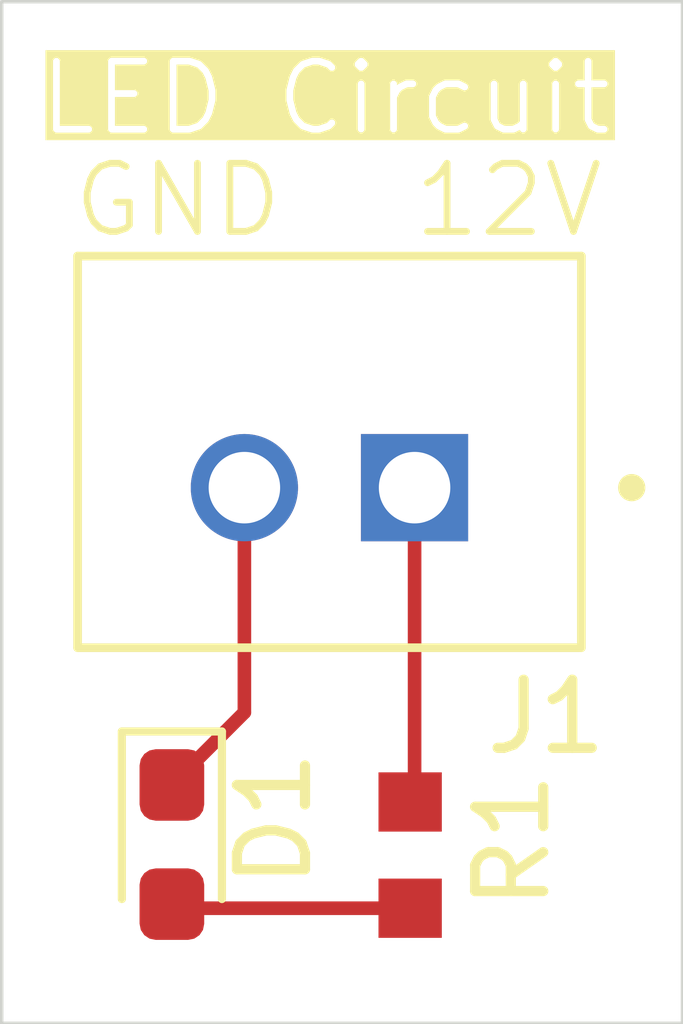
<source format=kicad_pcb>
(kicad_pcb (version 20240108) (generator "pcbnew") (generator_version "8.0")
  (layers (0 "F.Cu" signal) (31 "B.Cu" signal) (34 "B.Paste" user) (35 "F.Paste" user) (36 "B.SilkS" user "B.Silkscreen") (37 "F.SilkS" user "F.Silkscreen") (38 "B.Mask" user) (39 "F.Mask" user) (44 "Edge.Cuts" user))
  (net 0 "")
  (net 1 "/LED+")
  (net 2 "GND")
  (net 3 "+12V")
  (footprint "Library:JST_B2B-XH-A" (layer "F.Cu") (at 131.815 83.11)
    (property "Reference" "J1" (at 3.185 3.89 0) (layer "F.SilkS"))
    (property "Value" "Conn_01x02_Pin" (hide yes))
    (fp_line (start -3.7 -2.875) (end 3.7 -2.875) (stroke (width 0.127)) (layer "F.SilkS"))
    (fp_line (start -3.7 2.875) (end -3.7 -2.875) (stroke (width 0.127)) (layer "F.SilkS"))
    (fp_line (start 3.7 -2.875) (end 3.7 2.875) (stroke (width 0.127)) (layer "F.SilkS"))
    (fp_line (start 3.7 2.875) (end -3.7 2.875) (stroke (width 0.127)) (layer "F.SilkS"))
    (fp_circle (center 4.44 0.525) (end 4.54 0.525) (stroke (width 0.2)) (fill none) (layer "F.SilkS"))
    (pad "1" thru_hole rect (at 1.25 0.525) (size 1.575 1.575) (drill 1.05) (layers "*.Cu" "*.Mask") (net 3 "+12V"))
    (pad "2" thru_hole circle (at -1.25 0.525) (size 1.575 1.575) (drill 1.05) (layers "*.Cu" "*.Mask") (net 2 "GND"))
  )
  (footprint "LED_SMD:LED_0603_1608Metric_Pad1.05x0.95mm_HandSolder" (layer "F.Cu") (at 129.5 88.875 -90)
    (property "Reference" "D1" (at -0.375 -1.5 90) (layer "F.SilkS"))
    (property "Value" "LED Green" (hide yes))
    (fp_line (start -1.66 0.735) (end 0.8 0.735) (stroke (width 0.12)) (layer "F.SilkS"))
    (fp_line (start -1.66 -0.735) (end -1.66 0.735) (stroke (width 0.12)) (layer "F.SilkS"))
    (fp_line (start 0.8 -0.735) (end -1.66 -0.735) (stroke (width 0.12)) (layer "F.SilkS"))
    (pad "1" smd roundrect (at -0.875 0 270) (size 1.05 0.95) (layers "F.Cu" "F.Paste" "F.Mask") (net 2 "GND"))
    (pad "2" smd roundrect (at 0.875 0 270) (size 1.05 0.95) (layers "F.Cu" "F.Paste" "F.Mask") (net 1 "/LED+"))
  )
  (footprint "Library:470 0603" (layer "F.Cu") (at 133 89.03 -90)
    (property "Reference" "R1" (at -0.21 -1.5 90) (layer "F.SilkS"))
    (property "Value" "470 Ohms" (hide yes))
    (pad "1" smd rect (at -0.78 0 270) (size 0.87 0.93) (layers "F.Cu" "F.Paste" "F.Mask") (net 3 "+12V"))
    (pad "2" smd rect (at 0.78 0 270) (size 0.87 0.93) (layers "F.Cu" "F.Paste" "F.Mask") (net 1 "/LED+"))
  )
  (gr_line (start 137 91.5) (end 127 91.5) (stroke (width 0.05)) (layer "Edge.Cuts"))
  (gr_line (start 127 76.5) (end 137 76.5) (stroke (width 0.05)) (layer "Edge.Cuts"))
  (gr_line (start 127 91.5) (end 127 76.5) (stroke (width 0.05)) (layer "Edge.Cuts"))
  (gr_line (start 137 76.5) (end 137 91.5) (stroke (width 0.05)) (layer "Edge.Cuts"))
  (gr_text "LED Circuit" (at 127.5 78.5 0) (layer "F.SilkS" knockout) (effects (font (size 1 1) (thickness 0.1)) (justify left bottom)))
  (gr_text "GND" (at 128 80 0) (layer "F.SilkS") (effects (font (size 1 1) (thickness 0.1)) (justify left bottom)))
  (gr_text "12V" (at 133 80 0) (layer "F.SilkS") (effects (font (size 1 1) (thickness 0.1)) (justify left bottom)))
  (segment (start 129.56 89.81) (end 129.5 89.75) (width 0.2) (layer "F.Cu") (net 1))
  (segment (start 133 89.81) (end 129.56 89.81) (width 0.2) (layer "F.Cu") (net 1))
  (segment (start 130.565 86.935) (end 129.5 88) (width 0.2) (layer "F.Cu") (net 2))
  (segment (start 130.565 83.635) (end 130.565 86.935) (width 0.2) (layer "F.Cu") (net 2))
  (segment (start 133.065 83.635) (end 133.065 88.185) (width 0.2) (layer "F.Cu") (net 3))
  (segment (start 133.065 88.185) (end 133 88.25) (width 0.2) (layer "F.Cu") (net 3))
)
</source>
